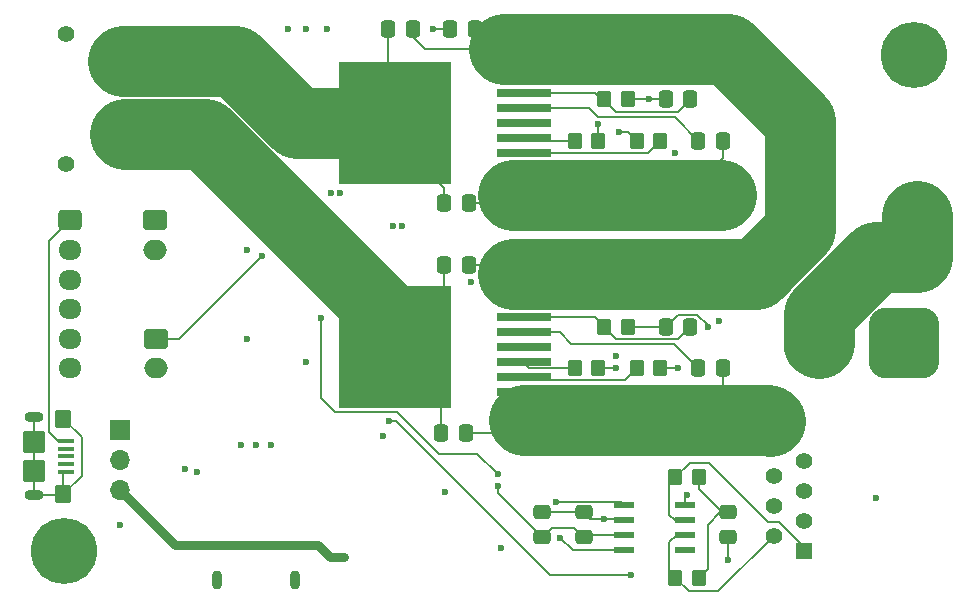
<source format=gtl>
%TF.GenerationSoftware,KiCad,Pcbnew,8.0.3-8.0.3-0~ubuntu22.04.1*%
%TF.CreationDate,2024-07-07T00:06:26-04:00*%
%TF.ProjectId,arm_drive_jl,61726d5f-6472-4697-9665-5f6a6c2e6b69,rev?*%
%TF.SameCoordinates,Original*%
%TF.FileFunction,Copper,L1,Top*%
%TF.FilePolarity,Positive*%
%FSLAX46Y46*%
G04 Gerber Fmt 4.6, Leading zero omitted, Abs format (unit mm)*
G04 Created by KiCad (PCBNEW 8.0.3-8.0.3-0~ubuntu22.04.1) date 2024-07-07 00:06:26*
%MOMM*%
%LPD*%
G01*
G04 APERTURE LIST*
G04 Aperture macros list*
%AMRoundRect*
0 Rectangle with rounded corners*
0 $1 Rounding radius*
0 $2 $3 $4 $5 $6 $7 $8 $9 X,Y pos of 4 corners*
0 Add a 4 corners polygon primitive as box body*
4,1,4,$2,$3,$4,$5,$6,$7,$8,$9,$2,$3,0*
0 Add four circle primitives for the rounded corners*
1,1,$1+$1,$2,$3*
1,1,$1+$1,$4,$5*
1,1,$1+$1,$6,$7*
1,1,$1+$1,$8,$9*
0 Add four rect primitives between the rounded corners*
20,1,$1+$1,$2,$3,$4,$5,0*
20,1,$1+$1,$4,$5,$6,$7,0*
20,1,$1+$1,$6,$7,$8,$9,0*
20,1,$1+$1,$8,$9,$2,$3,0*%
G04 Aperture macros list end*
%TA.AperFunction,ComponentPad*%
%ADD10RoundRect,0.250000X-0.725000X0.600000X-0.725000X-0.600000X0.725000X-0.600000X0.725000X0.600000X0*%
%TD*%
%TA.AperFunction,ComponentPad*%
%ADD11O,1.950000X1.700000*%
%TD*%
%TA.AperFunction,ComponentPad*%
%ADD12RoundRect,0.250000X-0.750000X0.600000X-0.750000X-0.600000X0.750000X-0.600000X0.750000X0.600000X0*%
%TD*%
%TA.AperFunction,ComponentPad*%
%ADD13O,2.000000X1.700000*%
%TD*%
%TA.AperFunction,SMDPad,CuDef*%
%ADD14RoundRect,0.250000X0.337500X0.475000X-0.337500X0.475000X-0.337500X-0.475000X0.337500X-0.475000X0*%
%TD*%
%TA.AperFunction,ComponentPad*%
%ADD15O,1.600000X0.900000*%
%TD*%
%TA.AperFunction,SMDPad,CuDef*%
%ADD16RoundRect,0.250000X-0.450000X0.550000X-0.450000X-0.550000X0.450000X-0.550000X0.450000X0.550000X0*%
%TD*%
%TA.AperFunction,SMDPad,CuDef*%
%ADD17RoundRect,0.250000X-0.700000X0.700000X-0.700000X-0.700000X0.700000X-0.700000X0.700000X0.700000X0*%
%TD*%
%TA.AperFunction,SMDPad,CuDef*%
%ADD18RoundRect,0.100000X-0.575000X0.100000X-0.575000X-0.100000X0.575000X-0.100000X0.575000X0.100000X0*%
%TD*%
%TA.AperFunction,SMDPad,CuDef*%
%ADD19RoundRect,0.250000X0.475000X-0.337500X0.475000X0.337500X-0.475000X0.337500X-0.475000X-0.337500X0*%
%TD*%
%TA.AperFunction,SMDPad,CuDef*%
%ADD20RoundRect,0.250000X-0.337500X-0.475000X0.337500X-0.475000X0.337500X0.475000X-0.337500X0.475000X0*%
%TD*%
%TA.AperFunction,SMDPad,CuDef*%
%ADD21R,4.683400X0.762000*%
%TD*%
%TA.AperFunction,SMDPad,CuDef*%
%ADD22R,9.557400X10.312400*%
%TD*%
%TA.AperFunction,ComponentPad*%
%ADD23C,1.400000*%
%TD*%
%TA.AperFunction,ComponentPad*%
%ADD24R,3.500000X3.500000*%
%TD*%
%TA.AperFunction,ComponentPad*%
%ADD25C,3.500000*%
%TD*%
%TA.AperFunction,SMDPad,CuDef*%
%ADD26RoundRect,0.250000X0.350000X0.450000X-0.350000X0.450000X-0.350000X-0.450000X0.350000X-0.450000X0*%
%TD*%
%TA.AperFunction,ComponentPad*%
%ADD27R,1.600000X1.600000*%
%TD*%
%TA.AperFunction,ComponentPad*%
%ADD28C,1.600000*%
%TD*%
%TA.AperFunction,SMDPad,CuDef*%
%ADD29RoundRect,0.250000X-0.350000X-0.450000X0.350000X-0.450000X0.350000X0.450000X-0.350000X0.450000X0*%
%TD*%
%TA.AperFunction,ComponentPad*%
%ADD30C,2.400000*%
%TD*%
%TA.AperFunction,ComponentPad*%
%ADD31RoundRect,1.500000X1.500000X1.500000X-1.500000X1.500000X-1.500000X-1.500000X1.500000X-1.500000X0*%
%TD*%
%TA.AperFunction,ComponentPad*%
%ADD32C,6.000000*%
%TD*%
%TA.AperFunction,ComponentPad*%
%ADD33C,3.600000*%
%TD*%
%TA.AperFunction,ConnectorPad*%
%ADD34C,5.600000*%
%TD*%
%TA.AperFunction,ComponentPad*%
%ADD35R,1.408000X1.408000*%
%TD*%
%TA.AperFunction,ComponentPad*%
%ADD36C,1.408000*%
%TD*%
%TA.AperFunction,SMDPad,CuDef*%
%ADD37RoundRect,0.041300X-0.833700X-0.253700X0.833700X-0.253700X0.833700X0.253700X-0.833700X0.253700X0*%
%TD*%
%TA.AperFunction,ComponentPad*%
%ADD38R,1.700000X1.700000*%
%TD*%
%TA.AperFunction,ComponentPad*%
%ADD39O,1.700000X1.700000*%
%TD*%
%TA.AperFunction,ComponentPad*%
%ADD40O,0.900000X1.600000*%
%TD*%
%TA.AperFunction,ViaPad*%
%ADD41C,0.600000*%
%TD*%
%TA.AperFunction,Conductor*%
%ADD42C,0.200000*%
%TD*%
%TA.AperFunction,Conductor*%
%ADD43C,0.750000*%
%TD*%
%TA.AperFunction,Conductor*%
%ADD44C,0.155814*%
%TD*%
%TA.AperFunction,Conductor*%
%ADD45C,6.000000*%
%TD*%
G04 APERTURE END LIST*
D10*
%TO.P,J2,1*%
%TO.N,Net-(J6-VBUS)*%
X41500000Y-55000000D03*
D11*
%TO.P,J2,2*%
%TO.N,SCK*%
X41500000Y-57500000D03*
%TO.P,J2,3*%
%TO.N,MOSI*%
X41500000Y-60000000D03*
%TO.P,J2,4*%
%TO.N,GND*%
X41500000Y-62500000D03*
%TO.P,J2,5*%
%TO.N,MISO*%
X41500000Y-65000000D03*
%TO.P,J2,6*%
%TO.N,CS_ENC_J0*%
X41500000Y-67500000D03*
%TD*%
D12*
%TO.P,J8,1*%
%TO.N,GND*%
X48725000Y-55000000D03*
D13*
%TO.P,J8,2*%
%TO.N,LS_RIGHT*%
X48725000Y-57500000D03*
%TD*%
D14*
%TO.P,C11,1*%
%TO.N,Net-(U2-IS)*%
X94037500Y-64000000D03*
%TO.P,C11,2*%
%TO.N,GND*%
X91962500Y-64000000D03*
%TD*%
D15*
%TO.P,J6,6,Shield*%
%TO.N,GND*%
X38500000Y-78275000D03*
D16*
X40950000Y-78175000D03*
D17*
X38500000Y-76175000D03*
X38500000Y-73775000D03*
D16*
X40950000Y-71775000D03*
D15*
X38500000Y-71675000D03*
D18*
%TO.P,J6,5,GND*%
X41175000Y-76275000D03*
%TO.P,J6,4,ID*%
%TO.N,unconnected-(J6-ID-Pad4)*%
X41175000Y-75625000D03*
%TO.P,J6,3,D+*%
%TO.N,unconnected-(J6-D+-Pad3)*%
X41175000Y-74975000D03*
%TO.P,J6,2,D-*%
%TO.N,unconnected-(J6-D--Pad2)*%
X41175000Y-74325000D03*
%TO.P,J6,1,VBUS*%
%TO.N,Net-(J6-VBUS)*%
X41175000Y-73675000D03*
%TD*%
D19*
%TO.P,C18,1*%
%TO.N,+3.3V*%
X85000000Y-81787500D03*
%TO.P,C18,2*%
%TO.N,GND*%
X85000000Y-79712500D03*
%TD*%
D20*
%TO.P,C8,1*%
%TO.N,J1+*%
X73212500Y-53500000D03*
%TO.P,C8,2*%
%TO.N,GND*%
X75287500Y-53500000D03*
%TD*%
D21*
%TO.P,U1,1,GND*%
%TO.N,GND*%
X79908300Y-50560000D03*
%TO.P,U1,2,IN*%
%TO.N,Net-(U1-IN)*%
X79908300Y-49290000D03*
%TO.P,U1,3,EN_(INH)*%
%TO.N,Net-(U1-EN_(INH))*%
X79908300Y-48020000D03*
%TO.P,U1,4,OUT*%
%TO.N,unconnected-(U1-OUT-Pad4)*%
X79908300Y-46750000D03*
%TO.P,U1,5,SR*%
%TO.N,Net-(U1-SR)*%
X79908300Y-45480000D03*
%TO.P,U1,6,IS*%
%TO.N,Net-(U1-IS)*%
X79908300Y-44210000D03*
%TO.P,U1,7,VS*%
%TO.N,+24V*%
X79908300Y-42940000D03*
D22*
%TO.P,U1,8,OUT*%
%TO.N,J1+*%
X69028700Y-46750000D03*
%TD*%
D19*
%TO.P,C7,1*%
%TO.N,+24V*%
X79500000Y-57287500D03*
%TO.P,C7,2*%
%TO.N,GND*%
X79500000Y-55212500D03*
%TD*%
D23*
%TO.P,J5,*%
%TO.N,*%
X41150000Y-50250000D03*
X41150000Y-39250000D03*
D24*
%TO.P,J5,1,-*%
%TO.N,J1-*%
X46150000Y-47250000D03*
D25*
%TO.P,J5,2,+*%
%TO.N,J1+*%
X46150000Y-42250000D03*
%TD*%
D26*
%TO.P,R3,2*%
%TO.N,J1_IN_1*%
X89500000Y-48250000D03*
%TO.P,R3,1*%
%TO.N,Net-(U1-IN)*%
X91500000Y-48250000D03*
%TD*%
D27*
%TO.P,C3,1*%
%TO.N,+24V*%
X95250000Y-57500000D03*
D28*
%TO.P,C3,2*%
%TO.N,GND*%
X95250000Y-54000000D03*
%TD*%
D14*
%TO.P,C4,1*%
%TO.N,+24V*%
X70537500Y-38750000D03*
%TO.P,C4,2*%
%TO.N,J1+*%
X68462500Y-38750000D03*
%TD*%
D19*
%TO.P,C17,1*%
%TO.N,+3.3V*%
X81500000Y-81787500D03*
%TO.P,C17,2*%
%TO.N,GND*%
X81500000Y-79712500D03*
%TD*%
D29*
%TO.P,R8,1*%
%TO.N,Net-(U1-IS)*%
X86750000Y-44750000D03*
%TO.P,R8,2*%
%TO.N,GND*%
X88750000Y-44750000D03*
%TD*%
D30*
%TO.P,F1,1*%
%TO.N,+24V*%
X103310000Y-54662500D03*
X103310000Y-58062500D03*
%TO.P,F1,2*%
%TO.N,Net-(J4-+)*%
X113230000Y-54662500D03*
X113230000Y-58062500D03*
%TD*%
D12*
%TO.P,J7,1*%
%TO.N,LS_LEFT*%
X48750000Y-65000000D03*
D13*
%TO.P,J7,2*%
%TO.N,GND*%
X48750000Y-67500000D03*
%TD*%
D19*
%TO.P,C19,1*%
%TO.N,GND*%
X97250000Y-81787500D03*
%TO.P,C19,2*%
%TO.N,Net-(C19-Pad2)*%
X97250000Y-79712500D03*
%TD*%
D14*
%TO.P,C10,1*%
%TO.N,+24V*%
X75787500Y-38750000D03*
%TO.P,C10,2*%
%TO.N,GND*%
X73712500Y-38750000D03*
%TD*%
D29*
%TO.P,R6,2*%
%TO.N,J1_EN_1*%
X86250000Y-48250000D03*
%TO.P,R6,1*%
%TO.N,Net-(U1-EN_(INH))*%
X84250000Y-48250000D03*
%TD*%
%TO.P,R9,1*%
%TO.N,Net-(U2-IS)*%
X86750000Y-64000000D03*
%TO.P,R9,2*%
%TO.N,GND*%
X88750000Y-64000000D03*
%TD*%
D31*
%TO.P,J4,1,-*%
%TO.N,GND*%
X112120000Y-65362500D03*
D32*
%TO.P,J4,2,+*%
%TO.N,Net-(J4-+)*%
X104920000Y-65362500D03*
%TD*%
D21*
%TO.P,U2,1,GND*%
%TO.N,GND*%
X79908300Y-69560000D03*
%TO.P,U2,2,IN*%
%TO.N,Net-(U2-IN)*%
X79908300Y-68290000D03*
%TO.P,U2,3,EN_(INH)*%
%TO.N,Net-(U2-EN_(INH))*%
X79908300Y-67020000D03*
%TO.P,U2,4,OUT*%
%TO.N,unconnected-(U2-OUT-Pad4)*%
X79908300Y-65750000D03*
%TO.P,U2,5,SR*%
%TO.N,Net-(U2-SR)*%
X79908300Y-64480000D03*
%TO.P,U2,6,IS*%
%TO.N,Net-(U2-IS)*%
X79908300Y-63210000D03*
%TO.P,U2,7,VS*%
%TO.N,+24V*%
X79908300Y-61940000D03*
D22*
%TO.P,U2,8,OUT*%
%TO.N,J1-*%
X69028700Y-65750000D03*
%TD*%
D29*
%TO.P,R13,1*%
%TO.N,CANL*%
X92750000Y-85250000D03*
%TO.P,R13,2*%
%TO.N,Net-(C19-Pad2)*%
X94750000Y-85250000D03*
%TD*%
D33*
%TO.P,H2,1,1*%
%TO.N,GND*%
X41000000Y-83000000D03*
D34*
X41000000Y-83000000D03*
%TD*%
D20*
%TO.P,C12,2*%
%TO.N,GND*%
X96787500Y-48250000D03*
%TO.P,C12,1*%
%TO.N,Net-(U1-SR)*%
X94712500Y-48250000D03*
%TD*%
D33*
%TO.P,H1,1,1*%
%TO.N,GND*%
X113000000Y-41000000D03*
D34*
X113000000Y-41000000D03*
%TD*%
D35*
%TO.P,J3,1*%
%TO.N,CANH*%
X103650000Y-82945000D03*
D36*
%TO.P,J3,2*%
%TO.N,CANL*%
X101110000Y-81675000D03*
%TO.P,J3,3*%
%TO.N,unconnected-(J3-Pad3)*%
X103650000Y-80405000D03*
%TO.P,J3,4*%
%TO.N,unconnected-(J3-Pad4)*%
X101110000Y-79135000D03*
%TO.P,J3,5*%
%TO.N,unconnected-(J3-Pad5)*%
X103650000Y-77865000D03*
%TO.P,J3,6*%
%TO.N,unconnected-(J3-Pad6)*%
X101110000Y-76595000D03*
%TO.P,J3,7*%
%TO.N,unconnected-(J3-Pad7)*%
X103650000Y-75325000D03*
%TO.P,J3,8*%
%TO.N,GND*%
X101110000Y-74055000D03*
%TD*%
D29*
%TO.P,R7,1*%
%TO.N,Net-(U2-EN_(INH))*%
X84250000Y-67500000D03*
%TO.P,R7,2*%
%TO.N,J1_EN_2*%
X86250000Y-67500000D03*
%TD*%
D14*
%TO.P,C5,1*%
%TO.N,+24V*%
X75287500Y-58750000D03*
%TO.P,C5,2*%
%TO.N,J1-*%
X73212500Y-58750000D03*
%TD*%
%TO.P,C6,1*%
%TO.N,Net-(U1-IS)*%
X94037500Y-44750000D03*
%TO.P,C6,2*%
%TO.N,GND*%
X91962500Y-44750000D03*
%TD*%
D26*
%TO.P,R12,1*%
%TO.N,Net-(C19-Pad2)*%
X94750000Y-76750000D03*
%TO.P,R12,2*%
%TO.N,CANH*%
X92750000Y-76750000D03*
%TD*%
D37*
%TO.P,U5,1,TXD*%
%TO.N,RXC*%
X88415000Y-79095000D03*
%TO.P,U5,2,GND*%
%TO.N,GND*%
X88415000Y-80365000D03*
%TO.P,U5,3,VCC*%
%TO.N,+3.3V*%
X88415000Y-81635000D03*
%TO.P,U5,4,RXD*%
%TO.N,TXC*%
X88415000Y-82905000D03*
%TO.P,U5,5,VREF*%
%TO.N,unconnected-(U5-VREF-Pad5)*%
X93585000Y-82905000D03*
%TO.P,U5,6,CANL*%
%TO.N,CANL*%
X93585000Y-81635000D03*
%TO.P,U5,7,CANH*%
%TO.N,CANH*%
X93585000Y-80365000D03*
%TO.P,U5,8,S*%
%TO.N,GND*%
X93585000Y-79095000D03*
%TD*%
D29*
%TO.P,R4,1*%
%TO.N,Net-(U2-IN)*%
X89500000Y-67500000D03*
%TO.P,R4,2*%
%TO.N,J1_IN_2*%
X91500000Y-67500000D03*
%TD*%
D38*
%TO.P,JP1,1,A*%
%TO.N,Net-(JP1-A)*%
X45750000Y-72750000D03*
D39*
%TO.P,JP1,2,C*%
%TO.N,+5V*%
X45750000Y-75290000D03*
%TO.P,JP1,3,B*%
%TO.N,+5V_USB*%
X45750000Y-77830000D03*
%TD*%
D20*
%TO.P,C13,1*%
%TO.N,Net-(U2-SR)*%
X94712500Y-67500000D03*
%TO.P,C13,2*%
%TO.N,GND*%
X96787500Y-67500000D03*
%TD*%
%TO.P,C9,1*%
%TO.N,J1-*%
X72962500Y-73000000D03*
%TO.P,C9,2*%
%TO.N,GND*%
X75037500Y-73000000D03*
%TD*%
D40*
%TO.P,J1,6,Shield*%
%TO.N,GND*%
X60550000Y-85425000D03*
X53950000Y-85425000D03*
%TD*%
D41*
%TO.N,GND*%
X109750000Y-78500000D03*
%TO.N,LED_BUILDIN*%
X89000000Y-85000000D03*
X68500000Y-72000000D03*
%TO.N,GND*%
X87750000Y-66500000D03*
X97250000Y-83750000D03*
X93750000Y-78250000D03*
X95500000Y-64000000D03*
%TO.N,TXC*%
X83000000Y-81850000D03*
%TO.N,RXC*%
X82625000Y-78875000D03*
%TO.N,GND*%
X75500000Y-60250000D03*
X73250000Y-78000000D03*
X78000000Y-82750000D03*
%TO.N,+3.3V*%
X77750000Y-77500000D03*
%TO.N,GND*%
X86750000Y-80250000D03*
X72250000Y-38750000D03*
%TO.N,LS_LEFT*%
X57750000Y-57990000D03*
%TO.N,+3.3V*%
X56500000Y-65000000D03*
X56500000Y-57500000D03*
X45750000Y-80750000D03*
X58500000Y-74000000D03*
X57250000Y-74000000D03*
X56000000Y-74000000D03*
%TO.N,GND*%
X51250000Y-76000000D03*
X52250000Y-76300000D03*
X61500000Y-67000000D03*
X68000000Y-73250000D03*
%TO.N,EN_PB*%
X77750000Y-76500000D03*
X62750000Y-63250000D03*
%TO.N,+3.3V*%
X96500000Y-63500000D03*
X92750000Y-49250000D03*
%TO.N,GND*%
X90500000Y-44750000D03*
%TO.N,J1_IN_1*%
X88000000Y-47500000D03*
%TO.N,J1_EN_1*%
X86250000Y-46850000D03*
%TO.N,J1_EN_2*%
X87750000Y-67500000D03*
%TO.N,J1_IN_2*%
X93000000Y-67500000D03*
%TO.N,GND*%
X102750000Y-71000000D03*
X102750000Y-72250000D03*
X101250000Y-69750000D03*
X101250000Y-71000000D03*
X101250000Y-72250000D03*
X99500000Y-69750000D03*
X99500000Y-71000000D03*
X99500000Y-72250000D03*
X99500000Y-73750000D03*
X94250000Y-73750000D03*
X96000000Y-73750000D03*
X96000000Y-72250000D03*
X94250000Y-72250000D03*
X83750000Y-71000000D03*
X94250000Y-69750000D03*
X85500000Y-72250000D03*
X92500000Y-72250000D03*
X87250000Y-72250000D03*
X85500000Y-69750000D03*
X82000000Y-71000000D03*
X87250000Y-73750000D03*
X90750000Y-73750000D03*
X92500000Y-73750000D03*
X89000000Y-73750000D03*
X83750000Y-69750000D03*
X83750000Y-73750000D03*
X78500000Y-72250000D03*
X80250000Y-71000000D03*
X92500000Y-69750000D03*
X89000000Y-72250000D03*
X90750000Y-71000000D03*
X89000000Y-71000000D03*
X78500000Y-71000000D03*
X96000000Y-69750000D03*
X80250000Y-72250000D03*
X85500000Y-73750000D03*
X97750000Y-73750000D03*
X89000000Y-69750000D03*
X97750000Y-71000000D03*
X92500000Y-71000000D03*
X97750000Y-72250000D03*
X87250000Y-69750000D03*
X90750000Y-72250000D03*
X82000000Y-72250000D03*
X87250000Y-71000000D03*
X82000000Y-73500000D03*
X85500000Y-71000000D03*
X80250000Y-73500000D03*
X83750000Y-72250000D03*
X96000000Y-71000000D03*
X94250000Y-71000000D03*
X90750000Y-69750000D03*
X97750000Y-69750000D03*
X92500000Y-54500000D03*
X89000000Y-54500000D03*
X87250000Y-54500000D03*
X90750000Y-54500000D03*
X97750000Y-54500000D03*
X99250000Y-53000000D03*
X97750000Y-50500000D03*
X90750000Y-50500000D03*
X89000000Y-50500000D03*
X92500000Y-50500000D03*
X87250000Y-50500000D03*
X96000000Y-50500000D03*
X94250000Y-50500000D03*
X97750000Y-51750000D03*
X96000000Y-51750000D03*
X94250000Y-51750000D03*
X97750000Y-53000000D03*
X92500000Y-51750000D03*
X89000000Y-53000000D03*
X90750000Y-51750000D03*
X89000000Y-51750000D03*
X90750000Y-53000000D03*
X92500000Y-53000000D03*
X87250000Y-51750000D03*
X87250000Y-53000000D03*
X80250000Y-54250000D03*
X82000000Y-54250000D03*
X82000000Y-53000000D03*
X80250000Y-53000000D03*
X78500000Y-53000000D03*
X82000000Y-51750000D03*
X80250000Y-51750000D03*
X78500000Y-51750000D03*
X60000000Y-38750000D03*
X61500000Y-38750000D03*
X63250000Y-38750000D03*
%TO.N,+5V_USB*%
X63500000Y-83500000D03*
X64750000Y-83500000D03*
%TO.N,USB_N*%
X64333775Y-52667597D03*
%TO.N,USB_P*%
X63581375Y-52667597D03*
%TO.N,USB_N*%
X69626200Y-55500000D03*
%TO.N,USB_P*%
X68873800Y-55500000D03*
%TD*%
D42*
%TO.N,LED_BUILDIN*%
X69151472Y-72000000D02*
X69825736Y-72674264D01*
X69825736Y-72674264D02*
X82151472Y-85000000D01*
X82151472Y-85000000D02*
X89000000Y-85000000D01*
X68500000Y-72000000D02*
X69151472Y-72000000D01*
%TO.N,+3.3V*%
X85000000Y-81787500D02*
X85152500Y-81635000D01*
X85152500Y-81635000D02*
X88415000Y-81635000D01*
X81500000Y-81787500D02*
X82287500Y-81000000D01*
X82287500Y-81000000D02*
X84212500Y-81000000D01*
X84212500Y-81000000D02*
X85000000Y-81787500D01*
%TO.N,GND*%
X97250000Y-83750000D02*
X97250000Y-81787500D01*
X93585000Y-78415000D02*
X93750000Y-78250000D01*
X93585000Y-79095000D02*
X93585000Y-78415000D01*
X96787500Y-67500000D02*
X96787500Y-68962500D01*
X96787500Y-68962500D02*
X96000000Y-69750000D01*
X95500000Y-64000000D02*
X95500000Y-63865256D01*
X95500000Y-63865256D02*
X94609744Y-62975000D01*
X94609744Y-62975000D02*
X92987500Y-62975000D01*
X92987500Y-62975000D02*
X91962500Y-64000000D01*
X88750000Y-64000000D02*
X91962500Y-64000000D01*
%TO.N,RXC*%
X82625000Y-78875000D02*
X82699999Y-78800001D01*
X82699999Y-78800001D02*
X88120001Y-78800001D01*
X88120001Y-78800001D02*
X88415000Y-79095000D01*
%TO.N,TXC*%
X83000000Y-81850000D02*
X84055000Y-82905000D01*
X84055000Y-82905000D02*
X88415000Y-82905000D01*
%TO.N,+3.3V*%
X81500000Y-81787500D02*
X77750000Y-78037500D01*
X77750000Y-78037500D02*
X77750000Y-77500000D01*
%TO.N,GND*%
X88415000Y-80365000D02*
X88300000Y-80250000D01*
X88300000Y-80250000D02*
X85537500Y-80250000D01*
X85537500Y-80250000D02*
X85000000Y-79712500D01*
X73712500Y-38750000D02*
X72250000Y-38750000D01*
%TO.N,LS_LEFT*%
X57750000Y-57990000D02*
X50740000Y-65000000D01*
X50740000Y-65000000D02*
X48750000Y-65000000D01*
%TO.N,Net-(J6-VBUS)*%
X41175000Y-73675000D02*
X40500001Y-73675000D01*
X40500001Y-73675000D02*
X39750000Y-72924999D01*
X39750000Y-72924999D02*
X39750000Y-56750000D01*
X39750000Y-56750000D02*
X41500000Y-55000000D01*
D43*
%TO.N,+5V_USB*%
X64750000Y-83500000D02*
X63500000Y-83500000D01*
X63500000Y-83500000D02*
X62500000Y-82500000D01*
X62500000Y-82500000D02*
X50420000Y-82500000D01*
X50420000Y-82500000D02*
X45750000Y-77830000D01*
D42*
%TO.N,EN_PB*%
X62750000Y-63250000D02*
X62750000Y-70006200D01*
X62750000Y-70006200D02*
X63950000Y-71206200D01*
X63950000Y-71206200D02*
X69206200Y-71206200D01*
X69206200Y-71206200D02*
X72750000Y-74750000D01*
X72750000Y-74750000D02*
X76000000Y-74750000D01*
X76000000Y-74750000D02*
X77750000Y-76500000D01*
%TO.N,GND*%
X96787500Y-48250000D02*
X96787500Y-49712500D01*
X96787500Y-49712500D02*
X96000000Y-50500000D01*
X90500000Y-44750000D02*
X91962500Y-44750000D01*
X88750000Y-44750000D02*
X90500000Y-44750000D01*
%TO.N,J1_EN_1*%
X86250000Y-46850000D02*
X86250000Y-48250000D01*
%TO.N,J1_IN_1*%
X88000000Y-47500000D02*
X88750000Y-47500000D01*
X88750000Y-47500000D02*
X89500000Y-48250000D01*
%TO.N,J1_EN_2*%
X87750000Y-67500000D02*
X86250000Y-67500000D01*
%TO.N,J1_IN_2*%
X93000000Y-67500000D02*
X91500000Y-67500000D01*
%TO.N,GND*%
X85000000Y-79712500D02*
X81500000Y-79712500D01*
%TO.N,CANL*%
X92750000Y-85250000D02*
X93900000Y-86400000D01*
X96385000Y-86400000D02*
X101110000Y-81675000D01*
X93900000Y-86400000D02*
X96385000Y-86400000D01*
%TO.N,CANH*%
X92750000Y-76750000D02*
X94000000Y-75500000D01*
X103650000Y-82650000D02*
X103650000Y-82945000D01*
X94000000Y-75500000D02*
X95579000Y-75500000D01*
X95579000Y-75500000D02*
X100579000Y-80500000D01*
X100579000Y-80500000D02*
X101500000Y-80500000D01*
X101500000Y-80500000D02*
X103650000Y-82650000D01*
%TO.N,CANL*%
X92750000Y-85250000D02*
X92250000Y-84750000D01*
X92250000Y-82250000D02*
X92865000Y-81635000D01*
X92250000Y-84750000D02*
X92250000Y-82250000D01*
X92865000Y-81635000D02*
X93585000Y-81635000D01*
%TO.N,CANH*%
X93585000Y-80365000D02*
X92710001Y-80365000D01*
X92710001Y-80365000D02*
X92250000Y-79904999D01*
X92250000Y-79904999D02*
X92250000Y-77250000D01*
X92250000Y-77250000D02*
X92750000Y-76750000D01*
%TO.N,Net-(C19-Pad2)*%
X97250000Y-79712500D02*
X96712500Y-79712500D01*
X96712500Y-79712500D02*
X94750000Y-77750000D01*
X94750000Y-77750000D02*
X94750000Y-76750000D01*
X94750000Y-85250000D02*
X95500000Y-84500000D01*
X95500000Y-84500000D02*
X95500000Y-80750000D01*
X95500000Y-80750000D02*
X96537500Y-79712500D01*
X96537500Y-79712500D02*
X97250000Y-79712500D01*
%TO.N,GND*%
X75037500Y-73000000D02*
X78779300Y-73000000D01*
X78779300Y-73000000D02*
X79908300Y-71871000D01*
D44*
%TO.N,J1-*%
X72962500Y-73000000D02*
X72962500Y-69683800D01*
X72962500Y-69683800D02*
X69028700Y-65750000D01*
X73212500Y-58750000D02*
X73212500Y-61566200D01*
X73212500Y-61566200D02*
X69028700Y-65750000D01*
D42*
%TO.N,+24V*%
X75287500Y-58750000D02*
X78250000Y-58750000D01*
X78250000Y-58750000D02*
X79000000Y-59500000D01*
%TO.N,GND*%
X75287500Y-53500000D02*
X78371000Y-53500000D01*
X78371000Y-53500000D02*
X79000000Y-52871000D01*
D44*
%TO.N,J1+*%
X69028700Y-46750000D02*
X69028700Y-48028700D01*
X69028700Y-48028700D02*
X73212500Y-52212500D01*
X73212500Y-52212500D02*
X73212500Y-53500000D01*
X68462500Y-38750000D02*
X68462500Y-46183800D01*
X68462500Y-46183800D02*
X69028700Y-46750000D01*
D42*
%TO.N,+24V*%
X75787500Y-38750000D02*
X76500000Y-38750000D01*
X76500000Y-38750000D02*
X78250000Y-40500000D01*
X70537500Y-38750000D02*
X70537500Y-39475000D01*
X70537500Y-39475000D02*
X71562500Y-40500000D01*
X71562500Y-40500000D02*
X78250000Y-40500000D01*
D45*
%TO.N,J1+*%
X69028700Y-46750000D02*
X60700808Y-46750000D01*
X60700808Y-46750000D02*
X55450808Y-41500000D01*
X55450808Y-41500000D02*
X46000000Y-41500000D01*
%TO.N,J1-*%
X69028700Y-65750000D02*
X69028700Y-63778700D01*
X69028700Y-63778700D02*
X52902401Y-47652401D01*
X52902401Y-47652401D02*
X46150000Y-47652401D01*
D42*
%TO.N,Net-(U2-EN_(INH))*%
X84250000Y-67500000D02*
X80388300Y-67500000D01*
X80388300Y-67500000D02*
X79908300Y-67020000D01*
%TO.N,Net-(U2-IN)*%
X89500000Y-67500000D02*
X88500000Y-68500000D01*
X88500000Y-68500000D02*
X80118300Y-68500000D01*
X80118300Y-68500000D02*
X79908300Y-68290000D01*
%TO.N,Net-(U2-SR)*%
X94712500Y-67500000D02*
X92637500Y-65425000D01*
X92637500Y-65425000D02*
X83925000Y-65425000D01*
X83925000Y-65425000D02*
X82980000Y-64480000D01*
X82980000Y-64480000D02*
X79908300Y-64480000D01*
%TO.N,Net-(U2-IS)*%
X94037500Y-64000000D02*
X93012500Y-65025000D01*
X93012500Y-65025000D02*
X87775000Y-65025000D01*
X87775000Y-65025000D02*
X86750000Y-64000000D01*
X86750000Y-64000000D02*
X85960000Y-63210000D01*
X85960000Y-63210000D02*
X79908300Y-63210000D01*
%TO.N,Net-(U1-SR)*%
X79908300Y-45480000D02*
X85480000Y-45480000D01*
X85480000Y-45480000D02*
X86250000Y-46250000D01*
X86250000Y-46250000D02*
X92712500Y-46250000D01*
X92712500Y-46250000D02*
X94712500Y-48250000D01*
%TO.N,Net-(U1-EN_(INH))*%
X84250000Y-48250000D02*
X80138300Y-48250000D01*
X80138300Y-48250000D02*
X79908300Y-48020000D01*
%TO.N,Net-(U1-IN)*%
X91500000Y-48250000D02*
X90460000Y-49290000D01*
X90460000Y-49290000D02*
X79908300Y-49290000D01*
%TO.N,Net-(U1-IS)*%
X86750000Y-44750000D02*
X86500000Y-44750000D01*
X86500000Y-44750000D02*
X85960000Y-44210000D01*
X85960000Y-44210000D02*
X79908300Y-44210000D01*
X86750000Y-44750000D02*
X87775000Y-45775000D01*
X87775000Y-45775000D02*
X93012500Y-45775000D01*
X93012500Y-45775000D02*
X94037500Y-44750000D01*
%TO.N,GND*%
X40850000Y-78275000D02*
X40950000Y-78175000D01*
D45*
X96629000Y-52871000D02*
X79000000Y-52871000D01*
X96621000Y-71871000D02*
X79908300Y-71871000D01*
D42*
X38500000Y-76175000D02*
X38500000Y-78275000D01*
X40950000Y-71775000D02*
X42500000Y-73325000D01*
X38500000Y-73775000D02*
X38500000Y-76175000D01*
X40950000Y-78175000D02*
X40950000Y-76500000D01*
D45*
X96621000Y-71871000D02*
X100621000Y-71871000D01*
D42*
X38500000Y-71675000D02*
X38500000Y-73775000D01*
D45*
X100621000Y-71871000D02*
X100750000Y-72000000D01*
D42*
X40950000Y-76500000D02*
X41175000Y-76275000D01*
X38500000Y-78275000D02*
X40850000Y-78275000D01*
X42500000Y-76625000D02*
X40950000Y-78175000D01*
X42500000Y-73325000D02*
X42500000Y-76625000D01*
D45*
%TO.N,+24V*%
X103310000Y-54662500D02*
X103310000Y-46560000D01*
X103310000Y-46560000D02*
X97250000Y-40500000D01*
X103310000Y-54662500D02*
X103310000Y-55750302D01*
X103310000Y-55750302D02*
X99560302Y-59500000D01*
X99560302Y-59500000D02*
X79000000Y-59500000D01*
X97250000Y-40500000D02*
X78250000Y-40500000D01*
%TO.N,Net-(J4-+)*%
X104920000Y-62908426D02*
X109765926Y-58062500D01*
X113230000Y-54662500D02*
X113230000Y-58062500D01*
X104920000Y-65362500D02*
X104920000Y-62908426D01*
X109765926Y-58062500D02*
X113230000Y-58062500D01*
%TD*%
M02*

</source>
